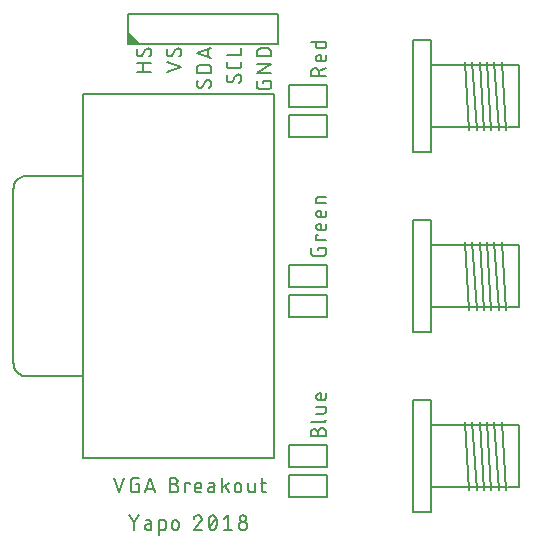
<source format=gto>
G04 EAGLE Gerber X2 export*
%TF.Part,Single*%
%TF.FileFunction,Legend,Top,1*%
%TF.FilePolarity,Positive*%
%TF.GenerationSoftware,Autodesk,EAGLE,9.0.0*%
%TF.CreationDate,2018-05-04T14:34:45Z*%
G75*
%MOIN*%
%FSLAX34Y34*%
%LPD*%
%AMOC8*
5,1,8,0,0,1.08239X$1,22.5*%
G01*
%ADD10C,0.007000*%
%ADD11C,0.005000*%

G36*
X2009Y17477D02*
X2009Y17477D01*
X2016Y17482D01*
X2021Y17489D01*
X2024Y17497D01*
X2024Y17506D01*
X2020Y17514D01*
X2014Y17520D01*
X2006Y17523D01*
X2000Y17524D01*
X1885Y17524D01*
X1517Y17892D01*
X1514Y17894D01*
X1511Y17896D01*
X1511Y17897D01*
X1510Y17897D01*
X1506Y17898D01*
X1503Y17899D01*
X1502Y17899D01*
X1498Y17899D01*
X1494Y17899D01*
X1494Y17898D01*
X1493Y17898D01*
X1490Y17897D01*
X1486Y17895D01*
X1485Y17894D01*
X1483Y17892D01*
X1480Y17889D01*
X1480Y17888D01*
X1479Y17888D01*
X1478Y17884D01*
X1477Y17881D01*
X1476Y17880D01*
X1476Y17878D01*
X1476Y17875D01*
X1476Y17500D01*
X1476Y17497D01*
X1476Y17494D01*
X1477Y17493D01*
X1477Y17491D01*
X1479Y17489D01*
X1480Y17486D01*
X1481Y17485D01*
X1482Y17484D01*
X1484Y17482D01*
X1486Y17480D01*
X1487Y17480D01*
X1489Y17479D01*
X1491Y17478D01*
X1494Y17477D01*
X1496Y17476D01*
X1497Y17476D01*
X1498Y17476D01*
X1500Y17476D01*
X2000Y17476D01*
X2009Y17477D01*
G37*
D10*
X1035Y3025D02*
X1198Y2535D01*
X1362Y3025D01*
X1774Y2807D02*
X1855Y2807D01*
X1855Y2535D01*
X1692Y2535D01*
X1673Y2537D01*
X1655Y2542D01*
X1637Y2550D01*
X1622Y2561D01*
X1609Y2574D01*
X1598Y2590D01*
X1590Y2607D01*
X1585Y2625D01*
X1583Y2644D01*
X1583Y2916D01*
X1585Y2935D01*
X1590Y2953D01*
X1598Y2970D01*
X1609Y2986D01*
X1622Y2999D01*
X1637Y3010D01*
X1655Y3018D01*
X1673Y3023D01*
X1692Y3025D01*
X1855Y3025D01*
X2240Y3025D02*
X2077Y2535D01*
X2403Y2535D02*
X2240Y3025D01*
X2362Y2658D02*
X2117Y2658D01*
X2903Y2807D02*
X3039Y2807D01*
X3061Y2805D01*
X3083Y2800D01*
X3104Y2791D01*
X3123Y2778D01*
X3139Y2763D01*
X3153Y2745D01*
X3164Y2726D01*
X3171Y2704D01*
X3175Y2682D01*
X3175Y2660D01*
X3171Y2638D01*
X3164Y2616D01*
X3153Y2597D01*
X3139Y2579D01*
X3123Y2564D01*
X3104Y2551D01*
X3083Y2542D01*
X3061Y2537D01*
X3039Y2535D01*
X2903Y2535D01*
X2903Y3025D01*
X3039Y3025D01*
X3059Y3023D01*
X3078Y3018D01*
X3096Y3009D01*
X3112Y2997D01*
X3126Y2982D01*
X3137Y2965D01*
X3144Y2946D01*
X3148Y2926D01*
X3148Y2906D01*
X3144Y2886D01*
X3137Y2867D01*
X3126Y2850D01*
X3112Y2835D01*
X3096Y2823D01*
X3078Y2814D01*
X3059Y2809D01*
X3039Y2807D01*
X3395Y2862D02*
X3395Y2535D01*
X3395Y2862D02*
X3558Y2862D01*
X3558Y2807D01*
X3809Y2535D02*
X3945Y2535D01*
X3809Y2535D02*
X3793Y2537D01*
X3778Y2541D01*
X3763Y2549D01*
X3751Y2559D01*
X3741Y2571D01*
X3733Y2586D01*
X3729Y2601D01*
X3727Y2617D01*
X3727Y2753D01*
X3729Y2773D01*
X3734Y2792D01*
X3743Y2810D01*
X3755Y2826D01*
X3770Y2840D01*
X3787Y2851D01*
X3806Y2858D01*
X3826Y2862D01*
X3846Y2862D01*
X3866Y2858D01*
X3885Y2851D01*
X3902Y2840D01*
X3917Y2826D01*
X3929Y2810D01*
X3938Y2792D01*
X3943Y2773D01*
X3945Y2753D01*
X3945Y2698D01*
X3727Y2698D01*
X4256Y2726D02*
X4378Y2726D01*
X4256Y2725D02*
X4237Y2723D01*
X4220Y2718D01*
X4203Y2709D01*
X4189Y2697D01*
X4177Y2683D01*
X4168Y2666D01*
X4163Y2649D01*
X4161Y2630D01*
X4163Y2611D01*
X4168Y2594D01*
X4177Y2577D01*
X4189Y2563D01*
X4203Y2551D01*
X4220Y2542D01*
X4237Y2537D01*
X4256Y2535D01*
X4378Y2535D01*
X4378Y2780D01*
X4379Y2780D02*
X4377Y2796D01*
X4373Y2811D01*
X4365Y2826D01*
X4355Y2838D01*
X4343Y2848D01*
X4328Y2856D01*
X4313Y2860D01*
X4297Y2862D01*
X4188Y2862D01*
X4642Y3025D02*
X4642Y2535D01*
X4642Y2698D02*
X4860Y2862D01*
X4737Y2766D02*
X4860Y2535D01*
X5054Y2644D02*
X5054Y2753D01*
X5056Y2773D01*
X5061Y2792D01*
X5070Y2810D01*
X5082Y2826D01*
X5097Y2840D01*
X5114Y2851D01*
X5133Y2858D01*
X5153Y2862D01*
X5173Y2862D01*
X5193Y2858D01*
X5212Y2851D01*
X5229Y2840D01*
X5244Y2826D01*
X5256Y2810D01*
X5265Y2792D01*
X5270Y2773D01*
X5272Y2753D01*
X5272Y2644D01*
X5270Y2624D01*
X5265Y2605D01*
X5256Y2587D01*
X5244Y2571D01*
X5229Y2557D01*
X5212Y2546D01*
X5193Y2539D01*
X5173Y2535D01*
X5153Y2535D01*
X5133Y2539D01*
X5114Y2546D01*
X5097Y2557D01*
X5082Y2571D01*
X5070Y2587D01*
X5061Y2605D01*
X5056Y2624D01*
X5054Y2644D01*
X5508Y2617D02*
X5508Y2862D01*
X5508Y2617D02*
X5510Y2601D01*
X5514Y2586D01*
X5522Y2571D01*
X5532Y2559D01*
X5544Y2549D01*
X5559Y2541D01*
X5574Y2537D01*
X5590Y2535D01*
X5726Y2535D01*
X5726Y2862D01*
X5916Y2862D02*
X6080Y2862D01*
X5971Y3025D02*
X5971Y2617D01*
X5970Y2617D02*
X5972Y2601D01*
X5976Y2586D01*
X5984Y2571D01*
X5994Y2559D01*
X6006Y2549D01*
X6021Y2541D01*
X6036Y2537D01*
X6052Y2535D01*
X6080Y2535D01*
X1698Y1544D02*
X1535Y1775D01*
X1698Y1544D02*
X1862Y1775D01*
X1698Y1544D02*
X1698Y1285D01*
X2152Y1476D02*
X2274Y1476D01*
X2152Y1475D02*
X2133Y1473D01*
X2116Y1468D01*
X2099Y1459D01*
X2085Y1447D01*
X2073Y1433D01*
X2064Y1416D01*
X2059Y1399D01*
X2057Y1380D01*
X2059Y1361D01*
X2064Y1344D01*
X2073Y1327D01*
X2085Y1313D01*
X2099Y1301D01*
X2116Y1292D01*
X2133Y1287D01*
X2152Y1285D01*
X2274Y1285D01*
X2274Y1530D01*
X2275Y1530D02*
X2273Y1546D01*
X2269Y1561D01*
X2261Y1576D01*
X2251Y1588D01*
X2239Y1598D01*
X2224Y1606D01*
X2209Y1610D01*
X2193Y1612D01*
X2084Y1612D01*
X2534Y1612D02*
X2534Y1122D01*
X2534Y1612D02*
X2670Y1612D01*
X2686Y1610D01*
X2701Y1606D01*
X2716Y1598D01*
X2728Y1588D01*
X2738Y1576D01*
X2746Y1561D01*
X2750Y1546D01*
X2752Y1530D01*
X2751Y1530D02*
X2751Y1367D01*
X2752Y1367D02*
X2750Y1351D01*
X2746Y1336D01*
X2738Y1321D01*
X2728Y1309D01*
X2716Y1299D01*
X2701Y1291D01*
X2686Y1287D01*
X2670Y1285D01*
X2534Y1285D01*
X2967Y1394D02*
X2967Y1503D01*
X2969Y1523D01*
X2974Y1542D01*
X2983Y1560D01*
X2995Y1576D01*
X3010Y1590D01*
X3027Y1601D01*
X3046Y1608D01*
X3066Y1612D01*
X3086Y1612D01*
X3106Y1608D01*
X3125Y1601D01*
X3142Y1590D01*
X3157Y1576D01*
X3169Y1560D01*
X3178Y1542D01*
X3183Y1523D01*
X3185Y1503D01*
X3185Y1394D01*
X3183Y1374D01*
X3178Y1355D01*
X3169Y1337D01*
X3157Y1321D01*
X3142Y1307D01*
X3125Y1296D01*
X3106Y1289D01*
X3086Y1285D01*
X3066Y1285D01*
X3046Y1289D01*
X3027Y1296D01*
X3010Y1307D01*
X2995Y1321D01*
X2983Y1337D01*
X2974Y1355D01*
X2969Y1374D01*
X2967Y1394D01*
X3829Y1776D02*
X3850Y1774D01*
X3871Y1769D01*
X3891Y1760D01*
X3908Y1747D01*
X3923Y1732D01*
X3936Y1715D01*
X3945Y1695D01*
X3950Y1674D01*
X3952Y1653D01*
X3829Y1775D02*
X3807Y1773D01*
X3786Y1769D01*
X3765Y1761D01*
X3746Y1751D01*
X3728Y1738D01*
X3712Y1723D01*
X3699Y1706D01*
X3688Y1687D01*
X3680Y1666D01*
X3911Y1557D02*
X3925Y1573D01*
X3937Y1591D01*
X3945Y1611D01*
X3950Y1632D01*
X3952Y1653D01*
X3910Y1557D02*
X3679Y1285D01*
X3951Y1285D01*
X4183Y1530D02*
X4185Y1567D01*
X4190Y1603D01*
X4198Y1639D01*
X4209Y1673D01*
X4224Y1707D01*
X4223Y1707D02*
X4231Y1723D01*
X4241Y1738D01*
X4253Y1751D01*
X4268Y1761D01*
X4284Y1769D01*
X4301Y1773D01*
X4319Y1775D01*
X4337Y1773D01*
X4354Y1769D01*
X4370Y1761D01*
X4385Y1751D01*
X4397Y1738D01*
X4407Y1723D01*
X4415Y1707D01*
X4414Y1707D02*
X4429Y1673D01*
X4440Y1639D01*
X4448Y1603D01*
X4453Y1567D01*
X4455Y1530D01*
X4183Y1530D02*
X4185Y1493D01*
X4190Y1457D01*
X4198Y1421D01*
X4209Y1387D01*
X4224Y1353D01*
X4223Y1353D02*
X4231Y1337D01*
X4241Y1322D01*
X4253Y1309D01*
X4268Y1299D01*
X4284Y1291D01*
X4301Y1287D01*
X4319Y1285D01*
X4414Y1353D02*
X4429Y1387D01*
X4440Y1421D01*
X4448Y1457D01*
X4453Y1493D01*
X4455Y1530D01*
X4415Y1353D02*
X4407Y1337D01*
X4397Y1322D01*
X4385Y1309D01*
X4370Y1299D01*
X4354Y1291D01*
X4337Y1287D01*
X4319Y1285D01*
X4210Y1394D02*
X4428Y1666D01*
X4687Y1666D02*
X4823Y1775D01*
X4823Y1285D01*
X4687Y1285D02*
X4959Y1285D01*
X5191Y1421D02*
X5193Y1443D01*
X5198Y1465D01*
X5207Y1486D01*
X5220Y1505D01*
X5235Y1521D01*
X5253Y1535D01*
X5272Y1546D01*
X5294Y1553D01*
X5316Y1557D01*
X5338Y1557D01*
X5360Y1553D01*
X5382Y1546D01*
X5401Y1535D01*
X5419Y1521D01*
X5434Y1505D01*
X5447Y1486D01*
X5456Y1465D01*
X5461Y1443D01*
X5463Y1421D01*
X5461Y1399D01*
X5456Y1377D01*
X5447Y1356D01*
X5434Y1337D01*
X5419Y1321D01*
X5401Y1307D01*
X5382Y1296D01*
X5360Y1289D01*
X5338Y1285D01*
X5316Y1285D01*
X5294Y1289D01*
X5272Y1296D01*
X5253Y1307D01*
X5235Y1321D01*
X5220Y1337D01*
X5207Y1356D01*
X5198Y1377D01*
X5193Y1399D01*
X5191Y1421D01*
X5218Y1666D02*
X5220Y1686D01*
X5225Y1705D01*
X5234Y1723D01*
X5246Y1739D01*
X5261Y1753D01*
X5278Y1764D01*
X5297Y1771D01*
X5317Y1775D01*
X5337Y1775D01*
X5357Y1771D01*
X5376Y1764D01*
X5393Y1753D01*
X5408Y1739D01*
X5420Y1723D01*
X5429Y1705D01*
X5434Y1686D01*
X5436Y1666D01*
X5434Y1646D01*
X5429Y1627D01*
X5420Y1609D01*
X5408Y1593D01*
X5393Y1579D01*
X5376Y1568D01*
X5357Y1561D01*
X5337Y1557D01*
X5317Y1557D01*
X5297Y1561D01*
X5278Y1568D01*
X5261Y1579D01*
X5246Y1593D01*
X5234Y1609D01*
X5225Y1627D01*
X5220Y1646D01*
X5218Y1666D01*
X7818Y10601D02*
X7818Y10682D01*
X8090Y10682D01*
X8090Y10519D01*
X8088Y10500D01*
X8083Y10482D01*
X8075Y10465D01*
X8064Y10449D01*
X8051Y10436D01*
X8036Y10425D01*
X8018Y10417D01*
X8000Y10412D01*
X7981Y10410D01*
X7709Y10410D01*
X7690Y10412D01*
X7672Y10417D01*
X7655Y10425D01*
X7639Y10436D01*
X7626Y10449D01*
X7615Y10464D01*
X7607Y10482D01*
X7602Y10500D01*
X7600Y10519D01*
X7600Y10682D01*
X7763Y10945D02*
X8090Y10945D01*
X7763Y10945D02*
X7763Y11108D01*
X7818Y11108D01*
X8090Y11359D02*
X8090Y11495D01*
X8090Y11359D02*
X8088Y11343D01*
X8084Y11328D01*
X8076Y11313D01*
X8066Y11301D01*
X8054Y11291D01*
X8039Y11283D01*
X8024Y11279D01*
X8008Y11277D01*
X7872Y11277D01*
X7852Y11279D01*
X7833Y11284D01*
X7815Y11293D01*
X7799Y11305D01*
X7785Y11320D01*
X7774Y11337D01*
X7767Y11356D01*
X7763Y11376D01*
X7763Y11396D01*
X7767Y11416D01*
X7774Y11435D01*
X7785Y11452D01*
X7799Y11467D01*
X7815Y11479D01*
X7833Y11488D01*
X7852Y11493D01*
X7872Y11495D01*
X7927Y11495D01*
X7927Y11277D01*
X8090Y11796D02*
X8090Y11932D01*
X8090Y11796D02*
X8088Y11780D01*
X8084Y11765D01*
X8076Y11750D01*
X8066Y11738D01*
X8054Y11728D01*
X8039Y11720D01*
X8024Y11716D01*
X8008Y11714D01*
X7872Y11714D01*
X7852Y11716D01*
X7833Y11721D01*
X7815Y11730D01*
X7799Y11742D01*
X7785Y11757D01*
X7774Y11774D01*
X7767Y11793D01*
X7763Y11813D01*
X7763Y11833D01*
X7767Y11853D01*
X7774Y11872D01*
X7785Y11889D01*
X7799Y11904D01*
X7815Y11916D01*
X7833Y11925D01*
X7852Y11930D01*
X7872Y11932D01*
X7927Y11932D01*
X7927Y11714D01*
X8090Y12168D02*
X7763Y12168D01*
X7763Y12304D01*
X7765Y12320D01*
X7769Y12335D01*
X7777Y12350D01*
X7787Y12362D01*
X7799Y12372D01*
X7814Y12380D01*
X7829Y12384D01*
X7845Y12386D01*
X7845Y12385D02*
X8090Y12385D01*
X7818Y4546D02*
X7818Y4410D01*
X7818Y4546D02*
X7820Y4568D01*
X7825Y4590D01*
X7834Y4611D01*
X7847Y4630D01*
X7862Y4646D01*
X7880Y4660D01*
X7899Y4671D01*
X7921Y4678D01*
X7943Y4682D01*
X7965Y4682D01*
X7987Y4678D01*
X8009Y4671D01*
X8028Y4660D01*
X8046Y4646D01*
X8061Y4630D01*
X8074Y4611D01*
X8083Y4590D01*
X8088Y4568D01*
X8090Y4546D01*
X8090Y4410D01*
X7600Y4410D01*
X7600Y4546D01*
X7602Y4566D01*
X7607Y4585D01*
X7616Y4603D01*
X7628Y4619D01*
X7643Y4633D01*
X7660Y4644D01*
X7679Y4651D01*
X7699Y4655D01*
X7719Y4655D01*
X7739Y4651D01*
X7758Y4644D01*
X7775Y4633D01*
X7790Y4619D01*
X7802Y4603D01*
X7811Y4585D01*
X7816Y4566D01*
X7818Y4546D01*
X8008Y4885D02*
X7600Y4885D01*
X8008Y4885D02*
X8024Y4887D01*
X8039Y4891D01*
X8054Y4899D01*
X8066Y4909D01*
X8076Y4921D01*
X8084Y4936D01*
X8088Y4951D01*
X8090Y4967D01*
X8008Y5167D02*
X7763Y5167D01*
X8008Y5167D02*
X8024Y5169D01*
X8039Y5173D01*
X8054Y5181D01*
X8066Y5191D01*
X8076Y5203D01*
X8084Y5218D01*
X8088Y5233D01*
X8090Y5249D01*
X8090Y5385D01*
X7763Y5385D01*
X8090Y5702D02*
X8090Y5838D01*
X8090Y5702D02*
X8088Y5686D01*
X8084Y5671D01*
X8076Y5656D01*
X8066Y5644D01*
X8054Y5634D01*
X8039Y5626D01*
X8024Y5622D01*
X8008Y5620D01*
X7872Y5620D01*
X7852Y5622D01*
X7833Y5627D01*
X7815Y5636D01*
X7799Y5648D01*
X7785Y5663D01*
X7774Y5680D01*
X7767Y5699D01*
X7763Y5719D01*
X7763Y5739D01*
X7767Y5759D01*
X7774Y5778D01*
X7785Y5795D01*
X7799Y5810D01*
X7815Y5822D01*
X7833Y5831D01*
X7852Y5836D01*
X7872Y5838D01*
X7927Y5838D01*
X7927Y5620D01*
X8090Y16410D02*
X7600Y16410D01*
X7600Y16546D01*
X7602Y16568D01*
X7607Y16590D01*
X7616Y16611D01*
X7629Y16630D01*
X7644Y16646D01*
X7662Y16660D01*
X7681Y16671D01*
X7703Y16678D01*
X7725Y16682D01*
X7747Y16682D01*
X7769Y16678D01*
X7791Y16671D01*
X7810Y16660D01*
X7828Y16646D01*
X7843Y16630D01*
X7856Y16611D01*
X7865Y16590D01*
X7870Y16568D01*
X7872Y16546D01*
X7872Y16410D01*
X7872Y16573D02*
X8090Y16682D01*
X8090Y16985D02*
X8090Y17121D01*
X8090Y16985D02*
X8088Y16969D01*
X8084Y16954D01*
X8076Y16939D01*
X8066Y16927D01*
X8054Y16917D01*
X8039Y16909D01*
X8024Y16905D01*
X8008Y16903D01*
X7872Y16903D01*
X7852Y16905D01*
X7833Y16910D01*
X7815Y16919D01*
X7799Y16931D01*
X7785Y16946D01*
X7774Y16963D01*
X7767Y16982D01*
X7763Y17002D01*
X7763Y17022D01*
X7767Y17042D01*
X7774Y17061D01*
X7785Y17078D01*
X7799Y17093D01*
X7815Y17105D01*
X7833Y17114D01*
X7852Y17119D01*
X7872Y17121D01*
X7927Y17121D01*
X7927Y16903D01*
X8090Y17555D02*
X7600Y17555D01*
X8090Y17555D02*
X8090Y17419D01*
X8088Y17403D01*
X8084Y17388D01*
X8076Y17373D01*
X8066Y17361D01*
X8054Y17351D01*
X8039Y17343D01*
X8024Y17339D01*
X8008Y17337D01*
X7845Y17337D01*
X7829Y17339D01*
X7814Y17343D01*
X7799Y17351D01*
X7787Y17361D01*
X7777Y17373D01*
X7769Y17388D01*
X7765Y17403D01*
X7763Y17419D01*
X7763Y17555D01*
X6003Y16265D02*
X6003Y16183D01*
X6003Y16265D02*
X6275Y16265D01*
X6275Y16101D01*
X6273Y16082D01*
X6268Y16064D01*
X6260Y16047D01*
X6249Y16031D01*
X6236Y16018D01*
X6221Y16007D01*
X6203Y15999D01*
X6185Y15994D01*
X6166Y15992D01*
X6166Y15993D02*
X5894Y15993D01*
X5894Y15992D02*
X5875Y15994D01*
X5857Y15999D01*
X5840Y16007D01*
X5824Y16018D01*
X5811Y16031D01*
X5800Y16046D01*
X5792Y16064D01*
X5787Y16082D01*
X5785Y16101D01*
X5785Y16265D01*
X5785Y16530D02*
X6275Y16530D01*
X6275Y16802D02*
X5785Y16530D01*
X5785Y16802D02*
X6275Y16802D01*
X6275Y17068D02*
X5785Y17068D01*
X5785Y17204D01*
X5787Y17225D01*
X5792Y17246D01*
X5800Y17266D01*
X5811Y17284D01*
X5825Y17300D01*
X5841Y17314D01*
X5859Y17325D01*
X5879Y17333D01*
X5900Y17338D01*
X5921Y17340D01*
X6139Y17340D01*
X6160Y17338D01*
X6181Y17333D01*
X6201Y17325D01*
X6219Y17314D01*
X6235Y17300D01*
X6249Y17284D01*
X6260Y17266D01*
X6268Y17246D01*
X6273Y17225D01*
X6275Y17204D01*
X6275Y17068D01*
X5275Y16360D02*
X5273Y16379D01*
X5268Y16397D01*
X5260Y16415D01*
X5249Y16430D01*
X5236Y16443D01*
X5221Y16454D01*
X5203Y16462D01*
X5185Y16467D01*
X5166Y16469D01*
X5275Y16360D02*
X5274Y16334D01*
X5269Y16309D01*
X5262Y16284D01*
X5252Y16260D01*
X5239Y16237D01*
X5224Y16216D01*
X5207Y16197D01*
X4894Y16210D02*
X4875Y16212D01*
X4857Y16217D01*
X4840Y16225D01*
X4824Y16236D01*
X4811Y16249D01*
X4800Y16265D01*
X4792Y16282D01*
X4787Y16300D01*
X4785Y16319D01*
X4787Y16345D01*
X4792Y16371D01*
X4800Y16396D01*
X4811Y16419D01*
X4826Y16441D01*
X4894Y16210D02*
X4913Y16212D01*
X4932Y16217D01*
X4949Y16225D01*
X4965Y16236D01*
X4978Y16249D01*
X4990Y16265D01*
X5070Y16415D02*
X5082Y16431D01*
X5095Y16444D01*
X5111Y16455D01*
X5128Y16463D01*
X5147Y16468D01*
X5166Y16470D01*
X5071Y16415D02*
X4989Y16265D01*
X5275Y16791D02*
X5275Y16900D01*
X5275Y16791D02*
X5273Y16772D01*
X5268Y16754D01*
X5260Y16737D01*
X5249Y16721D01*
X5236Y16708D01*
X5221Y16697D01*
X5203Y16689D01*
X5185Y16684D01*
X5166Y16682D01*
X4894Y16682D01*
X4875Y16684D01*
X4857Y16689D01*
X4840Y16697D01*
X4824Y16708D01*
X4811Y16721D01*
X4800Y16736D01*
X4792Y16754D01*
X4787Y16772D01*
X4785Y16791D01*
X4785Y16900D01*
X4785Y17122D02*
X5275Y17122D01*
X5275Y17340D01*
X4166Y16288D02*
X4185Y16286D01*
X4203Y16281D01*
X4221Y16273D01*
X4236Y16262D01*
X4249Y16249D01*
X4260Y16234D01*
X4268Y16216D01*
X4273Y16198D01*
X4275Y16179D01*
X4274Y16153D01*
X4269Y16128D01*
X4262Y16103D01*
X4252Y16079D01*
X4239Y16056D01*
X4224Y16035D01*
X4207Y16016D01*
X3894Y16029D02*
X3875Y16031D01*
X3857Y16036D01*
X3840Y16044D01*
X3824Y16055D01*
X3811Y16068D01*
X3800Y16084D01*
X3792Y16101D01*
X3787Y16119D01*
X3785Y16138D01*
X3787Y16164D01*
X3792Y16190D01*
X3800Y16215D01*
X3811Y16238D01*
X3826Y16260D01*
X3894Y16029D02*
X3913Y16031D01*
X3932Y16036D01*
X3949Y16044D01*
X3965Y16055D01*
X3978Y16068D01*
X3990Y16084D01*
X4070Y16233D02*
X4082Y16249D01*
X4095Y16262D01*
X4111Y16273D01*
X4128Y16281D01*
X4147Y16286D01*
X4166Y16288D01*
X4071Y16234D02*
X3989Y16084D01*
X3785Y16520D02*
X4275Y16520D01*
X3785Y16520D02*
X3785Y16656D01*
X3787Y16677D01*
X3792Y16698D01*
X3800Y16718D01*
X3811Y16736D01*
X3825Y16752D01*
X3841Y16766D01*
X3859Y16777D01*
X3879Y16785D01*
X3900Y16790D01*
X3921Y16792D01*
X4139Y16792D01*
X4160Y16790D01*
X4181Y16785D01*
X4201Y16777D01*
X4219Y16766D01*
X4235Y16752D01*
X4249Y16736D01*
X4260Y16718D01*
X4268Y16698D01*
X4273Y16677D01*
X4275Y16656D01*
X4275Y16520D01*
X4275Y17013D02*
X3785Y17177D01*
X4275Y17340D01*
X4153Y17299D02*
X4153Y17054D01*
X3275Y16717D02*
X2785Y16553D01*
X2785Y16880D02*
X3275Y16717D01*
X3275Y17231D02*
X3273Y17250D01*
X3268Y17268D01*
X3260Y17286D01*
X3249Y17301D01*
X3236Y17314D01*
X3221Y17325D01*
X3203Y17333D01*
X3185Y17338D01*
X3166Y17340D01*
X3275Y17231D02*
X3274Y17205D01*
X3269Y17180D01*
X3262Y17155D01*
X3252Y17131D01*
X3239Y17108D01*
X3224Y17087D01*
X3207Y17068D01*
X2894Y17081D02*
X2875Y17083D01*
X2857Y17088D01*
X2840Y17096D01*
X2824Y17107D01*
X2811Y17120D01*
X2800Y17136D01*
X2792Y17153D01*
X2787Y17171D01*
X2785Y17190D01*
X2787Y17216D01*
X2792Y17242D01*
X2800Y17267D01*
X2811Y17290D01*
X2826Y17312D01*
X2894Y17081D02*
X2913Y17083D01*
X2932Y17088D01*
X2949Y17096D01*
X2965Y17107D01*
X2978Y17120D01*
X2990Y17136D01*
X3070Y17285D02*
X3082Y17301D01*
X3095Y17314D01*
X3111Y17325D01*
X3128Y17333D01*
X3147Y17338D01*
X3166Y17340D01*
X3071Y17286D02*
X2989Y17136D01*
X2275Y16564D02*
X1785Y16564D01*
X2003Y16564D02*
X2003Y16836D01*
X1785Y16836D02*
X2275Y16836D01*
X2275Y17231D02*
X2273Y17250D01*
X2268Y17268D01*
X2260Y17286D01*
X2249Y17301D01*
X2236Y17314D01*
X2221Y17325D01*
X2203Y17333D01*
X2185Y17338D01*
X2166Y17340D01*
X2275Y17231D02*
X2274Y17205D01*
X2269Y17180D01*
X2262Y17155D01*
X2252Y17131D01*
X2239Y17108D01*
X2224Y17087D01*
X2207Y17068D01*
X1894Y17081D02*
X1875Y17083D01*
X1857Y17088D01*
X1839Y17096D01*
X1824Y17107D01*
X1811Y17120D01*
X1800Y17136D01*
X1792Y17153D01*
X1787Y17171D01*
X1785Y17190D01*
X1787Y17216D01*
X1792Y17242D01*
X1800Y17267D01*
X1811Y17290D01*
X1826Y17312D01*
X1894Y17081D02*
X1913Y17083D01*
X1932Y17088D01*
X1949Y17096D01*
X1965Y17107D01*
X1978Y17120D01*
X1990Y17136D01*
X2070Y17285D02*
X2082Y17301D01*
X2095Y17314D01*
X2111Y17325D01*
X2128Y17333D01*
X2147Y17338D01*
X2166Y17340D01*
X2071Y17286D02*
X1989Y17136D01*
D11*
X0Y15815D02*
X0Y3685D01*
X6378Y3685D02*
X6378Y15815D01*
X0Y15815D01*
X0Y3685D02*
X6378Y3685D01*
X-8Y13096D02*
X-1872Y13096D01*
X-1872Y13097D02*
X-1914Y13095D01*
X-1955Y13089D01*
X-1995Y13080D01*
X-2035Y13067D01*
X-2073Y13050D01*
X-2109Y13029D01*
X-2144Y13006D01*
X-2176Y12979D01*
X-2205Y12950D01*
X-2232Y12918D01*
X-2255Y12883D01*
X-2276Y12847D01*
X-2293Y12809D01*
X-2306Y12769D01*
X-2315Y12729D01*
X-2321Y12688D01*
X-2323Y12646D01*
X-2323Y6854D01*
X-2321Y6812D01*
X-2315Y6771D01*
X-2306Y6731D01*
X-2293Y6691D01*
X-2276Y6653D01*
X-2255Y6617D01*
X-2232Y6582D01*
X-2205Y6550D01*
X-2176Y6521D01*
X-2144Y6494D01*
X-2109Y6471D01*
X-2073Y6450D01*
X-2035Y6433D01*
X-1995Y6420D01*
X-1955Y6411D01*
X-1914Y6405D01*
X-1872Y6403D01*
X-1872Y6404D02*
X-8Y6404D01*
X11000Y17620D02*
X11591Y17620D01*
X11591Y16783D01*
X11591Y14717D01*
X11591Y13880D01*
X11000Y13880D01*
X11000Y17620D01*
X11591Y16783D02*
X14543Y16783D01*
X14100Y14717D02*
X11591Y14717D01*
X14543Y14717D02*
X14543Y16783D01*
X14543Y14717D02*
X14150Y14717D01*
X12870Y14618D02*
X12722Y16882D01*
X12969Y16882D02*
X13116Y14618D01*
X13362Y14618D02*
X13215Y16882D01*
X13461Y16882D02*
X13608Y14618D01*
X13854Y14618D02*
X13707Y16882D01*
X13953Y16882D02*
X14100Y14618D01*
X11591Y11620D02*
X11000Y11620D01*
X11591Y11620D02*
X11591Y10783D01*
X11591Y8717D01*
X11591Y7880D01*
X11000Y7880D01*
X11000Y11620D01*
X11591Y10783D02*
X14543Y10783D01*
X14100Y8717D02*
X11591Y8717D01*
X14543Y8717D02*
X14543Y10783D01*
X14543Y8717D02*
X14150Y8717D01*
X12870Y8618D02*
X12722Y10882D01*
X12969Y10882D02*
X13116Y8618D01*
X13362Y8618D02*
X13215Y10882D01*
X13461Y10882D02*
X13608Y8618D01*
X13854Y8618D02*
X13707Y10882D01*
X13953Y10882D02*
X14100Y8618D01*
X11591Y5620D02*
X11000Y5620D01*
X11591Y5620D02*
X11591Y4783D01*
X11591Y2717D01*
X11591Y1880D01*
X11000Y1880D01*
X11000Y5620D01*
X11591Y4783D02*
X14543Y4783D01*
X14100Y2717D02*
X11591Y2717D01*
X14543Y2717D02*
X14543Y4783D01*
X14543Y2717D02*
X14150Y2717D01*
X12870Y2618D02*
X12722Y4882D01*
X12969Y4882D02*
X13116Y2618D01*
X13362Y2618D02*
X13215Y4882D01*
X13461Y4882D02*
X13608Y2618D01*
X13854Y2618D02*
X13707Y4882D01*
X13953Y4882D02*
X14100Y2618D01*
X8130Y14396D02*
X6870Y14396D01*
X6870Y15104D01*
X8130Y15104D01*
X8130Y14396D01*
X8130Y16104D02*
X6870Y16104D01*
X8130Y16104D02*
X8130Y15396D01*
X6870Y15396D01*
X6870Y16104D01*
X6870Y9104D02*
X8130Y9104D01*
X8130Y8396D01*
X6870Y8396D01*
X6870Y9104D01*
X6870Y9396D02*
X8130Y9396D01*
X6870Y9396D02*
X6870Y10104D01*
X8130Y10104D01*
X8130Y9396D01*
X8130Y3396D02*
X6870Y3396D01*
X6870Y4104D01*
X8130Y4104D01*
X8130Y3396D01*
X8130Y2396D02*
X6870Y2396D01*
X6870Y3104D01*
X8130Y3104D01*
X8130Y2396D01*
X1500Y17500D02*
X1500Y18500D01*
X1500Y17500D02*
X6500Y17500D01*
X6500Y18500D01*
X1500Y18500D01*
M02*

</source>
